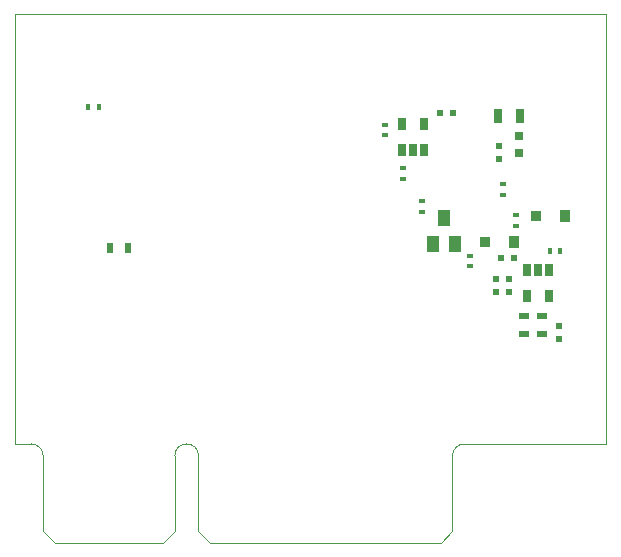
<source format=gbp>
G04 #@! TF.FileFunction,Paste,Bot*
%FSLAX46Y46*%
G04 Gerber Fmt 4.6, Leading zero omitted, Abs format (unit mm)*
G04 Created by KiCad (PCBNEW 4.0.7) date 09/09/17 19:38:47*
%MOMM*%
%LPD*%
G01*
G04 APERTURE LIST*
%ADD10C,0.100000*%
%ADD11R,1.000000X1.400000*%
%ADD12R,0.900000X0.900000*%
%ADD13R,0.900000X1.100000*%
%ADD14R,0.600000X0.500000*%
%ADD15R,0.600000X0.400000*%
%ADD16R,0.500000X0.600000*%
%ADD17R,0.750000X0.800000*%
%ADD18R,0.700000X1.300000*%
%ADD19R,0.500000X0.900000*%
%ADD20R,0.400000X0.600000*%
%ADD21R,0.900000X0.500000*%
%ADD22R,0.650000X1.060000*%
G04 APERTURE END LIST*
D10*
X137927358Y-135315553D02*
X137927358Y-135715553D01*
X126777358Y-135715553D02*
X126777358Y-135315553D01*
X127777358Y-136715553D02*
X126777358Y-135715553D01*
X136927358Y-136715553D02*
X127777358Y-136715553D01*
X137927358Y-135715553D02*
X136927358Y-136715553D01*
X161427358Y-135315553D02*
X161427358Y-135715553D01*
X139927358Y-135715553D02*
X139927358Y-135315553D01*
X140927358Y-136715553D02*
X139927358Y-135715553D01*
X160427358Y-136715553D02*
X140927358Y-136715553D01*
X161427358Y-135715553D02*
X160427358Y-136715553D01*
X124427358Y-91915553D02*
X174427358Y-91915553D01*
X174427358Y-128315553D02*
X174427358Y-91915553D01*
X174427358Y-128315553D02*
X162427358Y-128315553D01*
X124427358Y-128315553D02*
X124427358Y-91915553D01*
X125777358Y-128315553D02*
X124427358Y-128315553D01*
X125777358Y-128315553D02*
G75*
G02X126777358Y-129315553I0J-1000000D01*
G01*
X126777358Y-135315553D02*
X126777358Y-129315553D01*
X137927358Y-129315553D02*
X137927358Y-135315553D01*
X137927358Y-129315553D02*
G75*
G02X139927358Y-129315553I1000000J0D01*
G01*
X139927358Y-135315553D02*
X139927358Y-129315553D01*
X161427358Y-129315553D02*
X161427358Y-135315553D01*
X161427358Y-129315553D02*
G75*
G02X162427358Y-128315553I1000000J0D01*
G01*
D11*
X161681200Y-111386800D03*
X159781200Y-111386800D03*
X160731200Y-109186800D03*
D12*
X164217500Y-111188500D03*
D13*
X166617500Y-111188500D03*
D14*
X160359000Y-100330000D03*
X161459000Y-100330000D03*
D15*
X155702000Y-102177000D03*
X155702000Y-101277000D03*
D16*
X166243000Y-115485000D03*
X166243000Y-114385000D03*
D17*
X167106600Y-102221600D03*
X167106600Y-103721600D03*
D16*
X170434000Y-118322000D03*
X170434000Y-119422000D03*
X165100000Y-115485000D03*
X165100000Y-114385000D03*
D14*
X166640600Y-112598200D03*
X165540600Y-112598200D03*
D12*
X168535500Y-109029500D03*
D13*
X170935500Y-109029500D03*
D18*
X167193000Y-100584000D03*
X165293000Y-100584000D03*
D19*
X132473000Y-111760000D03*
X133973000Y-111760000D03*
D15*
X165684200Y-106331600D03*
X165684200Y-107231600D03*
X166776400Y-109822400D03*
X166776400Y-108922400D03*
X162941000Y-113276800D03*
X162941000Y-112376800D03*
D20*
X130614000Y-99822000D03*
X131514000Y-99822000D03*
X170579200Y-111988600D03*
X169679200Y-111988600D03*
D21*
X167513000Y-118987000D03*
X167513000Y-117487000D03*
X169037000Y-117487000D03*
X169037000Y-118987000D03*
D16*
X165354000Y-104182000D03*
X165354000Y-103082000D03*
D15*
X157226000Y-105860000D03*
X157226000Y-104960000D03*
X158877000Y-107754000D03*
X158877000Y-108654000D03*
D22*
X159065000Y-103462000D03*
X158115000Y-103462000D03*
X157165000Y-103462000D03*
X157165000Y-101262000D03*
X159065000Y-101262000D03*
X167706000Y-113581000D03*
X168656000Y-113581000D03*
X169606000Y-113581000D03*
X169606000Y-115781000D03*
X167706000Y-115781000D03*
M02*

</source>
